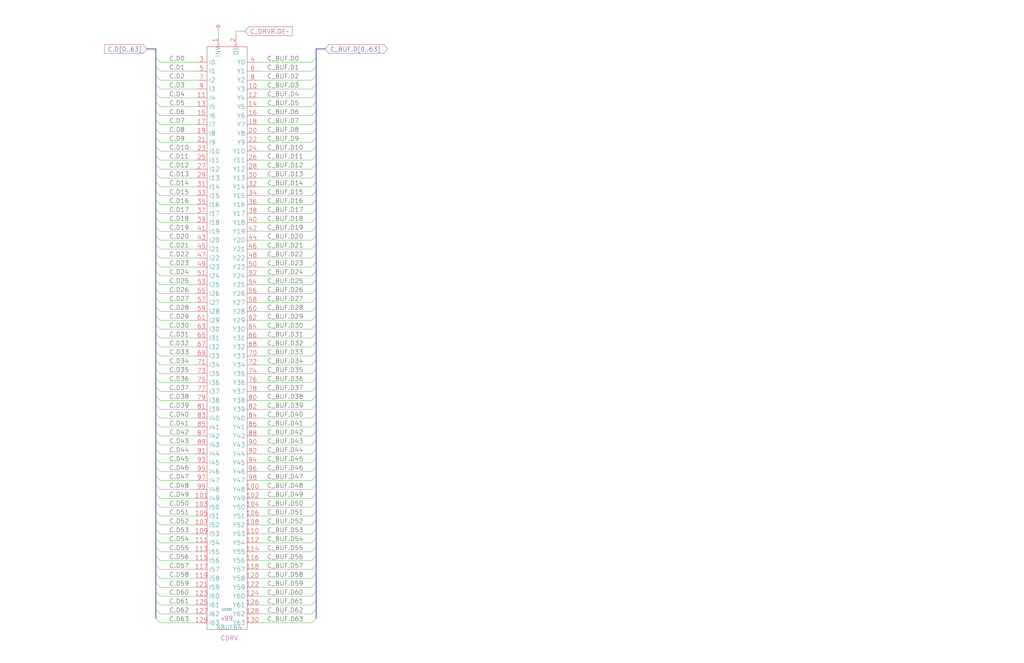
<source format=kicad_sch>
(kicad_sch (version 20220126) (generator eeschema)
  (paper "User" 584.2 378.46)
  (title_block (title "C BUS DRIVER") (date "15-MAR-90") (rev "1.0") (comment 1 "TYPE") (comment 2 "232-003062") (comment 3 "S400") (comment 4 "RELEASED"))
  (lib_symbols
    (symbol "r1000:PU" (power) (pin_numbers hide) (pin_names hide)
      (symbol "PU_0_1"
        (polyline (pts (xy 0 2.54) (xy -1.27 2.54) (xy 0 3.81) (xy 1.27 2.54) (xy 0 2.54)) (stroke (width 0.1524)))
      )
      (symbol "PU_1_1"
        (pin power_in line (at 0 0 90) (length 2.54) (name "PU") (number "1"))
      )
    )
    (symbol "r1000:XBUF64" (pin_names (offset 1.016))
      (property "Reference" "U" (at 2.54 5.08 0))
      (property "Value" "XBUF64" (at -3.81 -5.08 0))
      (property "Location" "___" (at -1.27 0 0))
      (property "Name" "______" (at 3.81 -12.7 0))
      (symbol "XBUF64_1_1"
        (rectangle (start -8.89 326.39) (end 13.97 -6.35))
        (circle (center -2.54 327.025) (radius 0.635))
        (circle (center 7.62 327.025) (radius 0.635))
        (pin input line (at -2.54 332.74 270) (length 5.08) (name "INV") (number "1"))
        (pin tri_state line (at 20.32 302.26 180) (length 6.35) (name "Y3") (number "10"))
        (pin tri_state line (at 20.32 73.66 180) (length 6.35) (name "Y48") (number "100"))
        (pin input line (at -15.24 68.58 0) (length 6.35) (name "I49") (number "101"))
        (pin tri_state line (at 20.32 68.58 180) (length 6.35) (name "Y49") (number "102"))
        (pin input line (at -15.24 63.5 0) (length 6.35) (name "I50") (number "103"))
        (pin tri_state line (at 20.32 63.5 180) (length 6.35) (name "Y50") (number "104"))
        (pin input line (at -15.24 58.42 0) (length 6.35) (name "I51") (number "105"))
        (pin tri_state line (at 20.32 58.42 180) (length 6.35) (name "Y51") (number "106"))
        (pin input line (at -15.24 53.34 0) (length 6.35) (name "I52") (number "107"))
        (pin tri_state line (at 20.32 53.34 180) (length 6.35) (name "Y52") (number "108"))
        (pin input line (at -15.24 48.26 0) (length 6.35) (name "I53") (number "109"))
        (pin input line (at -15.24 297.18 0) (length 6.35) (name "I4") (number "11"))
        (pin tri_state line (at 20.32 48.26 180) (length 6.35) (name "Y53") (number "110"))
        (pin input line (at -15.24 43.18 0) (length 6.35) (name "I54") (number "111"))
        (pin tri_state line (at 20.32 43.18 180) (length 6.35) (name "Y54") (number "112"))
        (pin input line (at -15.24 38.1 0) (length 6.35) (name "I55") (number "113"))
        (pin tri_state line (at 20.32 38.1 180) (length 6.35) (name "Y55") (number "114"))
        (pin input line (at -15.24 33.02 0) (length 6.35) (name "I56") (number "115"))
        (pin tri_state line (at 20.32 33.02 180) (length 6.35) (name "Y56") (number "116"))
        (pin input line (at -15.24 27.94 0) (length 6.35) (name "I57") (number "117"))
        (pin tri_state line (at 20.32 27.94 180) (length 6.35) (name "Y57") (number "118"))
        (pin input line (at -15.24 22.86 0) (length 6.35) (name "I58") (number "119"))
        (pin tri_state line (at 20.32 297.18 180) (length 6.35) (name "Y4") (number "12"))
        (pin tri_state line (at 20.32 22.86 180) (length 6.35) (name "Y58") (number "120"))
        (pin input line (at -15.24 17.78 0) (length 6.35) (name "I59") (number "121"))
        (pin tri_state line (at 20.32 17.78 180) (length 6.35) (name "Y59") (number "122"))
        (pin input line (at -15.24 12.7 0) (length 6.35) (name "I60") (number "123"))
        (pin tri_state line (at 20.32 12.7 180) (length 6.35) (name "Y60") (number "124"))
        (pin input line (at -15.24 7.62 0) (length 6.35) (name "I61") (number "125"))
        (pin tri_state line (at 20.32 7.62 180) (length 6.35) (name "Y61") (number "126"))
        (pin input line (at -15.24 2.54 0) (length 6.35) (name "I62") (number "127"))
        (pin tri_state line (at 20.32 2.54 180) (length 6.35) (name "Y62") (number "128"))
        (pin input line (at -15.24 -2.54 0) (length 6.35) (name "I63") (number "129"))
        (pin input line (at -15.24 292.1 0) (length 6.35) (name "I5") (number "13"))
        (pin tri_state line (at 20.32 -2.54 180) (length 6.35) (name "Y63") (number "130"))
        (pin tri_state line (at 20.32 292.1 180) (length 6.35) (name "Y5") (number "14"))
        (pin input line (at -15.24 287.02 0) (length 6.35) (name "I6") (number "15"))
        (pin tri_state line (at 20.32 287.02 180) (length 6.35) (name "Y6") (number "16"))
        (pin input line (at -15.24 281.94 0) (length 6.35) (name "I7") (number "17"))
        (pin tri_state line (at 20.32 281.94 180) (length 6.35) (name "Y7") (number "18"))
        (pin input line (at -15.24 276.86 0) (length 6.35) (name "I8") (number "19"))
        (pin input line (at 7.62 332.74 270) (length 5.08) (name "OE") (number "2"))
        (pin tri_state line (at 20.32 276.86 180) (length 6.35) (name "Y8") (number "20"))
        (pin input line (at -15.24 271.78 0) (length 6.35) (name "I9") (number "21"))
        (pin tri_state line (at 20.32 271.78 180) (length 6.35) (name "Y9") (number "22"))
        (pin input line (at -15.24 266.7 0) (length 6.35) (name "I10") (number "23"))
        (pin tri_state line (at 20.32 266.7 180) (length 6.35) (name "Y10") (number "24"))
        (pin input line (at -15.24 261.62 0) (length 6.35) (name "I11") (number "25"))
        (pin tri_state line (at 20.32 261.62 180) (length 6.35) (name "Y11") (number "26"))
        (pin input line (at -15.24 256.54 0) (length 6.35) (name "I12") (number "27"))
        (pin tri_state line (at 20.32 256.54 180) (length 6.35) (name "Y12") (number "28"))
        (pin input line (at -15.24 251.46 0) (length 6.35) (name "I13") (number "29"))
        (pin input line (at -15.24 317.5 0) (length 6.35) (name "I0") (number "3"))
        (pin tri_state line (at 20.32 251.46 180) (length 6.35) (name "Y13") (number "30"))
        (pin input line (at -15.24 246.38 0) (length 6.35) (name "I14") (number "31"))
        (pin tri_state line (at 20.32 246.38 180) (length 6.35) (name "Y14") (number "32"))
        (pin input line (at -15.24 241.3 0) (length 6.35) (name "I15") (number "33"))
        (pin tri_state line (at 20.32 241.3 180) (length 6.35) (name "Y15") (number "34"))
        (pin input line (at -15.24 236.22 0) (length 6.35) (name "I16") (number "35"))
        (pin tri_state line (at 20.32 236.22 180) (length 6.35) (name "Y16") (number "36"))
        (pin input line (at -15.24 231.14 0) (length 6.35) (name "I17") (number "37"))
        (pin tri_state line (at 20.32 231.14 180) (length 6.35) (name "Y17") (number "38"))
        (pin input line (at -15.24 226.06 0) (length 6.35) (name "I18") (number "39"))
        (pin tri_state line (at 20.32 317.5 180) (length 6.35) (name "Y0") (number "4"))
        (pin tri_state line (at 20.32 226.06 180) (length 6.35) (name "Y18") (number "40"))
        (pin input line (at -15.24 220.98 0) (length 6.35) (name "I19") (number "41"))
        (pin tri_state line (at 20.32 220.98 180) (length 6.35) (name "Y19") (number "42"))
        (pin input line (at -15.24 215.9 0) (length 6.35) (name "I20") (number "43"))
        (pin tri_state line (at 20.32 215.9 180) (length 6.35) (name "Y20") (number "44"))
        (pin input line (at -15.24 210.82 0) (length 6.35) (name "I21") (number "45"))
        (pin tri_state line (at 20.32 210.82 180) (length 6.35) (name "Y21") (number "46"))
        (pin input line (at -15.24 205.74 0) (length 6.35) (name "I22") (number "47"))
        (pin tri_state line (at 20.32 205.74 180) (length 6.35) (name "Y22") (number "48"))
        (pin input line (at -15.24 200.66 0) (length 6.35) (name "I23") (number "49"))
        (pin input line (at -15.24 312.42 0) (length 6.35) (name "I1") (number "5"))
        (pin tri_state line (at 20.32 200.66 180) (length 6.35) (name "Y23") (number "50"))
        (pin input line (at -15.24 195.58 0) (length 6.35) (name "I24") (number "51"))
        (pin tri_state line (at 20.32 195.58 180) (length 6.35) (name "Y24") (number "52"))
        (pin input line (at -15.24 190.5 0) (length 6.35) (name "I25") (number "53"))
        (pin tri_state line (at 20.32 190.5 180) (length 6.35) (name "Y25") (number "54"))
        (pin input line (at -15.24 185.42 0) (length 6.35) (name "I26") (number "55"))
        (pin tri_state line (at 20.32 185.42 180) (length 6.35) (name "Y26") (number "56"))
        (pin input line (at -15.24 180.34 0) (length 6.35) (name "I27") (number "57"))
        (pin tri_state line (at 20.32 180.34 180) (length 6.35) (name "Y27") (number "58"))
        (pin input line (at -15.24 175.26 0) (length 6.35) (name "I28") (number "59"))
        (pin tri_state line (at 20.32 312.42 180) (length 6.35) (name "Y1") (number "6"))
        (pin tri_state line (at 20.32 175.26 180) (length 6.35) (name "Y28") (number "60"))
        (pin input line (at -15.24 170.18 0) (length 6.35) (name "I29") (number "61"))
        (pin tri_state line (at 20.32 170.18 180) (length 6.35) (name "Y29") (number "62"))
        (pin input line (at -15.24 165.1 0) (length 6.35) (name "I30") (number "63"))
        (pin tri_state line (at 20.32 165.1 180) (length 6.35) (name "Y30") (number "64"))
        (pin input line (at -15.24 160.02 0) (length 6.35) (name "I31") (number "65"))
        (pin tri_state line (at 20.32 160.02 180) (length 6.35) (name "Y31") (number "66"))
        (pin input line (at -15.24 154.94 0) (length 6.35) (name "I32") (number "67"))
        (pin tri_state line (at 20.32 154.94 180) (length 6.35) (name "Y32") (number "68"))
        (pin input line (at -15.24 149.86 0) (length 6.35) (name "I33") (number "69"))
        (pin input line (at -15.24 307.34 0) (length 6.35) (name "I2") (number "7"))
        (pin tri_state line (at 20.32 149.86 180) (length 6.35) (name "Y33") (number "70"))
        (pin input line (at -15.24 144.78 0) (length 6.35) (name "I34") (number "71"))
        (pin tri_state line (at 20.32 144.78 180) (length 6.35) (name "Y34") (number "72"))
        (pin input line (at -15.24 139.7 0) (length 6.35) (name "I35") (number "73"))
        (pin tri_state line (at 20.32 139.7 180) (length 6.35) (name "Y35") (number "74"))
        (pin input line (at -15.24 134.62 0) (length 6.35) (name "I36") (number "75"))
        (pin tri_state line (at 20.32 134.62 180) (length 6.35) (name "Y36") (number "76"))
        (pin input line (at -15.24 129.54 0) (length 6.35) (name "I37") (number "77"))
        (pin tri_state line (at 20.32 129.54 180) (length 6.35) (name "Y37") (number "78"))
        (pin input line (at -15.24 124.46 0) (length 6.35) (name "I38") (number "79"))
        (pin tri_state line (at 20.32 307.34 180) (length 6.35) (name "Y2") (number "8"))
        (pin tri_state line (at 20.32 124.46 180) (length 6.35) (name "Y38") (number "80"))
        (pin input line (at -15.24 119.38 0) (length 6.35) (name "I39") (number "81"))
        (pin tri_state line (at 20.32 119.38 180) (length 6.35) (name "Y39") (number "82"))
        (pin input line (at -15.24 114.3 0) (length 6.35) (name "I40") (number "83"))
        (pin tri_state line (at 20.32 114.3 180) (length 6.35) (name "Y40") (number "84"))
        (pin input line (at -15.24 109.22 0) (length 6.35) (name "I41") (number "85"))
        (pin tri_state line (at 20.32 109.22 180) (length 6.35) (name "Y41") (number "86"))
        (pin input line (at -15.24 104.14 0) (length 6.35) (name "I42") (number "87"))
        (pin tri_state line (at 20.32 104.14 180) (length 6.35) (name "Y42") (number "88"))
        (pin input line (at -15.24 99.06 0) (length 6.35) (name "I43") (number "89"))
        (pin input line (at -15.24 302.26 0) (length 6.35) (name "I3") (number "9"))
        (pin tri_state line (at 20.32 99.06 180) (length 6.35) (name "Y43") (number "90"))
        (pin input line (at -15.24 93.98 0) (length 6.35) (name "I44") (number "91"))
        (pin tri_state line (at 20.32 93.98 180) (length 6.35) (name "Y44") (number "92"))
        (pin input line (at -15.24 88.9 0) (length 6.35) (name "I45") (number "93"))
        (pin tri_state line (at 20.32 88.9 180) (length 6.35) (name "Y45") (number "94"))
        (pin input line (at -15.24 83.82 0) (length 6.35) (name "I46") (number "95"))
        (pin tri_state line (at 20.32 83.82 180) (length 6.35) (name "Y46") (number "96"))
        (pin input line (at -15.24 78.74 0) (length 6.35) (name "I47") (number "97"))
        (pin tri_state line (at 20.32 78.74 180) (length 6.35) (name "Y47") (number "98"))
        (pin input line (at -15.24 73.66 0) (length 6.35) (name "I48") (number "99"))
      )
    )
  )
  (bus (pts (xy 180.34 104.14) (xy 180.34 109.22)))
  (bus (pts (xy 180.34 109.22) (xy 180.34 114.3)))
  (bus (pts (xy 180.34 114.3) (xy 180.34 119.38)))
  (bus (pts (xy 180.34 119.38) (xy 180.34 124.46)))
  (bus (pts (xy 180.34 124.46) (xy 180.34 129.54)))
  (bus (pts (xy 180.34 129.54) (xy 180.34 134.62)))
  (bus (pts (xy 180.34 134.62) (xy 180.34 139.7)))
  (bus (pts (xy 180.34 139.7) (xy 180.34 144.78)))
  (bus (pts (xy 180.34 144.78) (xy 180.34 149.86)))
  (bus (pts (xy 180.34 149.86) (xy 180.34 154.94)))
  (bus (pts (xy 180.34 154.94) (xy 180.34 160.02)))
  (bus (pts (xy 180.34 160.02) (xy 180.34 165.1)))
  (bus (pts (xy 180.34 165.1) (xy 180.34 170.18)))
  (bus (pts (xy 180.34 170.18) (xy 180.34 175.26)))
  (bus (pts (xy 180.34 175.26) (xy 180.34 180.34)))
  (bus (pts (xy 180.34 180.34) (xy 180.34 185.42)))
  (bus (pts (xy 180.34 185.42) (xy 180.34 190.5)))
  (bus (pts (xy 180.34 190.5) (xy 180.34 195.58)))
  (bus (pts (xy 180.34 195.58) (xy 180.34 200.66)))
  (bus (pts (xy 180.34 200.66) (xy 180.34 205.74)))
  (bus (pts (xy 180.34 205.74) (xy 180.34 210.82)))
  (bus (pts (xy 180.34 210.82) (xy 180.34 215.9)))
  (bus (pts (xy 180.34 215.9) (xy 180.34 220.98)))
  (bus (pts (xy 180.34 220.98) (xy 180.34 226.06)))
  (bus (pts (xy 180.34 226.06) (xy 180.34 231.14)))
  (bus (pts (xy 180.34 231.14) (xy 180.34 236.22)))
  (bus (pts (xy 180.34 236.22) (xy 180.34 241.3)))
  (bus (pts (xy 180.34 241.3) (xy 180.34 246.38)))
  (bus (pts (xy 180.34 246.38) (xy 180.34 251.46)))
  (bus (pts (xy 180.34 251.46) (xy 180.34 256.54)))
  (bus (pts (xy 180.34 256.54) (xy 180.34 261.62)))
  (bus (pts (xy 180.34 261.62) (xy 180.34 266.7)))
  (bus (pts (xy 180.34 266.7) (xy 180.34 271.78)))
  (bus (pts (xy 180.34 27.94) (xy 180.34 33.02)))
  (bus (pts (xy 180.34 271.78) (xy 180.34 276.86)))
  (bus (pts (xy 180.34 276.86) (xy 180.34 281.94)))
  (bus (pts (xy 180.34 281.94) (xy 180.34 287.02)))
  (bus (pts (xy 180.34 287.02) (xy 180.34 292.1)))
  (bus (pts (xy 180.34 292.1) (xy 180.34 297.18)))
  (bus (pts (xy 180.34 297.18) (xy 180.34 302.26)))
  (bus (pts (xy 180.34 302.26) (xy 180.34 307.34)))
  (bus (pts (xy 180.34 307.34) (xy 180.34 312.42)))
  (bus (pts (xy 180.34 312.42) (xy 180.34 317.5)))
  (bus (pts (xy 180.34 317.5) (xy 180.34 322.58)))
  (bus (pts (xy 180.34 322.58) (xy 180.34 327.66)))
  (bus (pts (xy 180.34 327.66) (xy 180.34 332.74)))
  (bus (pts (xy 180.34 33.02) (xy 180.34 38.1)))
  (bus (pts (xy 180.34 332.74) (xy 180.34 337.82)))
  (bus (pts (xy 180.34 337.82) (xy 180.34 342.9)))
  (bus (pts (xy 180.34 342.9) (xy 180.34 347.98)))
  (bus (pts (xy 180.34 347.98) (xy 180.34 353.06)))
  (bus (pts (xy 180.34 38.1) (xy 180.34 43.18)))
  (bus (pts (xy 180.34 43.18) (xy 180.34 48.26)))
  (bus (pts (xy 180.34 48.26) (xy 180.34 53.34)))
  (bus (pts (xy 180.34 53.34) (xy 180.34 58.42)))
  (bus (pts (xy 180.34 58.42) (xy 180.34 63.5)))
  (bus (pts (xy 180.34 63.5) (xy 180.34 68.58)))
  (bus (pts (xy 180.34 68.58) (xy 180.34 73.66)))
  (bus (pts (xy 180.34 73.66) (xy 180.34 78.74)))
  (bus (pts (xy 180.34 78.74) (xy 180.34 83.82)))
  (bus (pts (xy 180.34 83.82) (xy 180.34 88.9)))
  (bus (pts (xy 180.34 88.9) (xy 180.34 93.98)))
  (bus (pts (xy 180.34 93.98) (xy 180.34 99.06)))
  (bus (pts (xy 180.34 99.06) (xy 180.34 104.14)))
  (bus (pts (xy 185.42 27.94) (xy 180.34 27.94)))
  (bus (pts (xy 83.82 27.94) (xy 88.9 27.94)))
  (bus (pts (xy 88.9 104.14) (xy 88.9 109.22)))
  (bus (pts (xy 88.9 109.22) (xy 88.9 114.3)))
  (bus (pts (xy 88.9 114.3) (xy 88.9 119.38)))
  (bus (pts (xy 88.9 119.38) (xy 88.9 124.46)))
  (bus (pts (xy 88.9 124.46) (xy 88.9 129.54)))
  (bus (pts (xy 88.9 129.54) (xy 88.9 134.62)))
  (bus (pts (xy 88.9 134.62) (xy 88.9 139.7)))
  (bus (pts (xy 88.9 139.7) (xy 88.9 144.78)))
  (bus (pts (xy 88.9 144.78) (xy 88.9 149.86)))
  (bus (pts (xy 88.9 149.86) (xy 88.9 154.94)))
  (bus (pts (xy 88.9 154.94) (xy 88.9 160.02)))
  (bus (pts (xy 88.9 160.02) (xy 88.9 165.1)))
  (bus (pts (xy 88.9 165.1) (xy 88.9 170.18)))
  (bus (pts (xy 88.9 170.18) (xy 88.9 175.26)))
  (bus (pts (xy 88.9 175.26) (xy 88.9 180.34)))
  (bus (pts (xy 88.9 180.34) (xy 88.9 185.42)))
  (bus (pts (xy 88.9 185.42) (xy 88.9 190.5)))
  (bus (pts (xy 88.9 190.5) (xy 88.9 195.58)))
  (bus (pts (xy 88.9 195.58) (xy 88.9 200.66)))
  (bus (pts (xy 88.9 200.66) (xy 88.9 205.74)))
  (bus (pts (xy 88.9 205.74) (xy 88.9 210.82)))
  (bus (pts (xy 88.9 210.82) (xy 88.9 215.9)))
  (bus (pts (xy 88.9 215.9) (xy 88.9 220.98)))
  (bus (pts (xy 88.9 220.98) (xy 88.9 226.06)))
  (bus (pts (xy 88.9 226.06) (xy 88.9 231.14)))
  (bus (pts (xy 88.9 231.14) (xy 88.9 236.22)))
  (bus (pts (xy 88.9 236.22) (xy 88.9 241.3)))
  (bus (pts (xy 88.9 241.3) (xy 88.9 246.38)))
  (bus (pts (xy 88.9 246.38) (xy 88.9 251.46)))
  (bus (pts (xy 88.9 251.46) (xy 88.9 256.54)))
  (bus (pts (xy 88.9 256.54) (xy 88.9 261.62)))
  (bus (pts (xy 88.9 261.62) (xy 88.9 266.7)))
  (bus (pts (xy 88.9 266.7) (xy 88.9 271.78)))
  (bus (pts (xy 88.9 27.94) (xy 88.9 33.02)))
  (bus (pts (xy 88.9 271.78) (xy 88.9 276.86)))
  (bus (pts (xy 88.9 276.86) (xy 88.9 281.94)))
  (bus (pts (xy 88.9 281.94) (xy 88.9 287.02)))
  (bus (pts (xy 88.9 287.02) (xy 88.9 292.1)))
  (bus (pts (xy 88.9 292.1) (xy 88.9 297.18)))
  (bus (pts (xy 88.9 297.18) (xy 88.9 302.26)))
  (bus (pts (xy 88.9 302.26) (xy 88.9 307.34)))
  (bus (pts (xy 88.9 307.34) (xy 88.9 312.42)))
  (bus (pts (xy 88.9 312.42) (xy 88.9 317.5)))
  (bus (pts (xy 88.9 317.5) (xy 88.9 322.58)))
  (bus (pts (xy 88.9 322.58) (xy 88.9 327.66)))
  (bus (pts (xy 88.9 327.66) (xy 88.9 332.74)))
  (bus (pts (xy 88.9 33.02) (xy 88.9 38.1)))
  (bus (pts (xy 88.9 332.74) (xy 88.9 337.82)))
  (bus (pts (xy 88.9 337.82) (xy 88.9 342.9)))
  (bus (pts (xy 88.9 342.9) (xy 88.9 347.98)))
  (bus (pts (xy 88.9 347.98) (xy 88.9 353.06)))
  (bus (pts (xy 88.9 38.1) (xy 88.9 43.18)))
  (bus (pts (xy 88.9 43.18) (xy 88.9 48.26)))
  (bus (pts (xy 88.9 48.26) (xy 88.9 53.34)))
  (bus (pts (xy 88.9 53.34) (xy 88.9 58.42)))
  (bus (pts (xy 88.9 58.42) (xy 88.9 63.5)))
  (bus (pts (xy 88.9 63.5) (xy 88.9 68.58)))
  (bus (pts (xy 88.9 68.58) (xy 88.9 73.66)))
  (bus (pts (xy 88.9 73.66) (xy 88.9 78.74)))
  (bus (pts (xy 88.9 78.74) (xy 88.9 83.82)))
  (bus (pts (xy 88.9 83.82) (xy 88.9 88.9)))
  (bus (pts (xy 88.9 88.9) (xy 88.9 93.98)))
  (bus (pts (xy 88.9 93.98) (xy 88.9 99.06)))
  (bus (pts (xy 88.9 99.06) (xy 88.9 104.14)))
  (wire (pts (xy 111.76 101.6) (xy 91.44 101.6)))
  (wire (pts (xy 111.76 106.68) (xy 91.44 106.68)))
  (wire (pts (xy 111.76 111.76) (xy 91.44 111.76)))
  (wire (pts (xy 111.76 116.84) (xy 91.44 116.84)))
  (wire (pts (xy 111.76 121.92) (xy 91.44 121.92)))
  (wire (pts (xy 111.76 127) (xy 91.44 127)))
  (wire (pts (xy 111.76 132.08) (xy 91.44 132.08)))
  (wire (pts (xy 111.76 137.16) (xy 91.44 137.16)))
  (wire (pts (xy 111.76 142.24) (xy 91.44 142.24)))
  (wire (pts (xy 111.76 147.32) (xy 91.44 147.32)))
  (wire (pts (xy 111.76 152.4) (xy 91.44 152.4)))
  (wire (pts (xy 111.76 157.48) (xy 91.44 157.48)))
  (wire (pts (xy 111.76 162.56) (xy 91.44 162.56)))
  (wire (pts (xy 111.76 167.64) (xy 91.44 167.64)))
  (wire (pts (xy 111.76 172.72) (xy 91.44 172.72)))
  (wire (pts (xy 111.76 177.8) (xy 91.44 177.8)))
  (wire (pts (xy 111.76 182.88) (xy 91.44 182.88)))
  (wire (pts (xy 111.76 187.96) (xy 91.44 187.96)))
  (wire (pts (xy 111.76 193.04) (xy 91.44 193.04)))
  (wire (pts (xy 111.76 198.12) (xy 91.44 198.12)))
  (wire (pts (xy 111.76 203.2) (xy 91.44 203.2)))
  (wire (pts (xy 111.76 208.28) (xy 91.44 208.28)))
  (wire (pts (xy 111.76 213.36) (xy 91.44 213.36)))
  (wire (pts (xy 111.76 218.44) (xy 91.44 218.44)))
  (wire (pts (xy 111.76 223.52) (xy 91.44 223.52)))
  (wire (pts (xy 111.76 228.6) (xy 91.44 228.6)))
  (wire (pts (xy 111.76 233.68) (xy 91.44 233.68)))
  (wire (pts (xy 111.76 238.76) (xy 91.44 238.76)))
  (wire (pts (xy 111.76 243.84) (xy 91.44 243.84)))
  (wire (pts (xy 111.76 248.92) (xy 91.44 248.92)))
  (wire (pts (xy 111.76 254) (xy 91.44 254)))
  (wire (pts (xy 111.76 259.08) (xy 91.44 259.08)))
  (wire (pts (xy 111.76 264.16) (xy 91.44 264.16)))
  (wire (pts (xy 111.76 269.24) (xy 91.44 269.24)))
  (wire (pts (xy 111.76 274.32) (xy 91.44 274.32)))
  (wire (pts (xy 111.76 279.4) (xy 91.44 279.4)))
  (wire (pts (xy 111.76 284.48) (xy 91.44 284.48)))
  (wire (pts (xy 111.76 289.56) (xy 91.44 289.56)))
  (wire (pts (xy 111.76 294.64) (xy 91.44 294.64)))
  (wire (pts (xy 111.76 299.72) (xy 91.44 299.72)))
  (wire (pts (xy 111.76 304.8) (xy 91.44 304.8)))
  (wire (pts (xy 111.76 309.88) (xy 91.44 309.88)))
  (wire (pts (xy 111.76 314.96) (xy 91.44 314.96)))
  (wire (pts (xy 111.76 320.04) (xy 91.44 320.04)))
  (wire (pts (xy 111.76 325.12) (xy 91.44 325.12)))
  (wire (pts (xy 111.76 330.2) (xy 91.44 330.2)))
  (wire (pts (xy 111.76 335.28) (xy 91.44 335.28)))
  (wire (pts (xy 111.76 340.36) (xy 91.44 340.36)))
  (wire (pts (xy 111.76 345.44) (xy 91.44 345.44)))
  (wire (pts (xy 111.76 35.56) (xy 91.44 35.56)))
  (wire (pts (xy 111.76 350.52) (xy 91.44 350.52)))
  (wire (pts (xy 111.76 355.6) (xy 91.44 355.6)))
  (wire (pts (xy 111.76 40.64) (xy 91.44 40.64)))
  (wire (pts (xy 111.76 45.72) (xy 91.44 45.72)))
  (wire (pts (xy 111.76 50.8) (xy 91.44 50.8)))
  (wire (pts (xy 111.76 55.88) (xy 91.44 55.88)))
  (wire (pts (xy 111.76 60.96) (xy 91.44 60.96)))
  (wire (pts (xy 111.76 66.04) (xy 91.44 66.04)))
  (wire (pts (xy 111.76 71.12) (xy 91.44 71.12)))
  (wire (pts (xy 111.76 76.2) (xy 91.44 76.2)))
  (wire (pts (xy 111.76 81.28) (xy 91.44 81.28)))
  (wire (pts (xy 111.76 86.36) (xy 91.44 86.36)))
  (wire (pts (xy 111.76 91.44) (xy 91.44 91.44)))
  (wire (pts (xy 111.76 96.52) (xy 91.44 96.52)))
  (wire (pts (xy 124.46 17.78) (xy 124.46 20.32)))
  (wire (pts (xy 134.62 17.78) (xy 134.62 20.32)))
  (wire (pts (xy 139.7 17.78) (xy 134.62 17.78)))
  (wire (pts (xy 147.32 101.6) (xy 177.8 101.6)))
  (wire (pts (xy 147.32 106.68) (xy 177.8 106.68)))
  (wire (pts (xy 147.32 111.76) (xy 177.8 111.76)))
  (wire (pts (xy 147.32 116.84) (xy 177.8 116.84)))
  (wire (pts (xy 147.32 121.92) (xy 177.8 121.92)))
  (wire (pts (xy 147.32 127) (xy 177.8 127)))
  (wire (pts (xy 147.32 132.08) (xy 177.8 132.08)))
  (wire (pts (xy 147.32 137.16) (xy 177.8 137.16)))
  (wire (pts (xy 147.32 142.24) (xy 177.8 142.24)))
  (wire (pts (xy 147.32 147.32) (xy 177.8 147.32)))
  (wire (pts (xy 147.32 152.4) (xy 177.8 152.4)))
  (wire (pts (xy 147.32 157.48) (xy 177.8 157.48)))
  (wire (pts (xy 147.32 162.56) (xy 177.8 162.56)))
  (wire (pts (xy 147.32 167.64) (xy 177.8 167.64)))
  (wire (pts (xy 147.32 172.72) (xy 177.8 172.72)))
  (wire (pts (xy 147.32 177.8) (xy 177.8 177.8)))
  (wire (pts (xy 147.32 182.88) (xy 177.8 182.88)))
  (wire (pts (xy 147.32 187.96) (xy 177.8 187.96)))
  (wire (pts (xy 147.32 193.04) (xy 177.8 193.04)))
  (wire (pts (xy 147.32 198.12) (xy 177.8 198.12)))
  (wire (pts (xy 147.32 203.2) (xy 177.8 203.2)))
  (wire (pts (xy 147.32 208.28) (xy 177.8 208.28)))
  (wire (pts (xy 147.32 213.36) (xy 177.8 213.36)))
  (wire (pts (xy 147.32 218.44) (xy 177.8 218.44)))
  (wire (pts (xy 147.32 223.52) (xy 177.8 223.52)))
  (wire (pts (xy 147.32 228.6) (xy 177.8 228.6)))
  (wire (pts (xy 147.32 233.68) (xy 177.8 233.68)))
  (wire (pts (xy 147.32 238.76) (xy 177.8 238.76)))
  (wire (pts (xy 147.32 243.84) (xy 177.8 243.84)))
  (wire (pts (xy 147.32 248.92) (xy 177.8 248.92)))
  (wire (pts (xy 147.32 254) (xy 177.8 254)))
  (wire (pts (xy 147.32 259.08) (xy 177.8 259.08)))
  (wire (pts (xy 147.32 264.16) (xy 177.8 264.16)))
  (wire (pts (xy 147.32 269.24) (xy 177.8 269.24)))
  (wire (pts (xy 147.32 274.32) (xy 177.8 274.32)))
  (wire (pts (xy 147.32 279.4) (xy 177.8 279.4)))
  (wire (pts (xy 147.32 284.48) (xy 177.8 284.48)))
  (wire (pts (xy 147.32 289.56) (xy 177.8 289.56)))
  (wire (pts (xy 147.32 294.64) (xy 177.8 294.64)))
  (wire (pts (xy 147.32 299.72) (xy 177.8 299.72)))
  (wire (pts (xy 147.32 304.8) (xy 177.8 304.8)))
  (wire (pts (xy 147.32 309.88) (xy 177.8 309.88)))
  (wire (pts (xy 147.32 314.96) (xy 177.8 314.96)))
  (wire (pts (xy 147.32 320.04) (xy 177.8 320.04)))
  (wire (pts (xy 147.32 325.12) (xy 177.8 325.12)))
  (wire (pts (xy 147.32 330.2) (xy 177.8 330.2)))
  (wire (pts (xy 147.32 335.28) (xy 177.8 335.28)))
  (wire (pts (xy 147.32 340.36) (xy 177.8 340.36)))
  (wire (pts (xy 147.32 345.44) (xy 177.8 345.44)))
  (wire (pts (xy 147.32 35.56) (xy 177.8 35.56)))
  (wire (pts (xy 147.32 350.52) (xy 177.8 350.52)))
  (wire (pts (xy 147.32 355.6) (xy 177.8 355.6)))
  (wire (pts (xy 147.32 40.64) (xy 177.8 40.64)))
  (wire (pts (xy 147.32 45.72) (xy 177.8 45.72)))
  (wire (pts (xy 147.32 50.8) (xy 177.8 50.8)))
  (wire (pts (xy 147.32 55.88) (xy 177.8 55.88)))
  (wire (pts (xy 147.32 60.96) (xy 177.8 60.96)))
  (wire (pts (xy 147.32 66.04) (xy 177.8 66.04)))
  (wire (pts (xy 147.32 71.12) (xy 177.8 71.12)))
  (wire (pts (xy 147.32 76.2) (xy 177.8 76.2)))
  (wire (pts (xy 147.32 81.28) (xy 177.8 81.28)))
  (wire (pts (xy 147.32 86.36) (xy 177.8 86.36)))
  (wire (pts (xy 147.32 91.44) (xy 177.8 91.44)))
  (wire (pts (xy 147.32 96.52) (xy 177.8 96.52)))
  (global_label "C.D[0..63]" (shape input) (at 83.82 27.94 180) (effects (font (size 2.54 2.54))) (property "Intersheet References" "${INTERSHEET_REFS}" (at 59.6416 27.7813 0) (effects (font (size 1.905 1.905)) (justify right))))
  (bus_entry (at 88.9 33.02) (size 2.54 2.54))
  (bus_entry (at 88.9 38.1) (size 2.54 2.54))
  (bus_entry (at 88.9 43.18) (size 2.54 2.54))
  (bus_entry (at 88.9 48.26) (size 2.54 2.54))
  (bus_entry (at 88.9 53.34) (size 2.54 2.54))
  (bus_entry (at 88.9 58.42) (size 2.54 2.54))
  (bus_entry (at 88.9 63.5) (size 2.54 2.54))
  (bus_entry (at 88.9 68.58) (size 2.54 2.54))
  (bus_entry (at 88.9 73.66) (size 2.54 2.54))
  (bus_entry (at 88.9 78.74) (size 2.54 2.54))
  (bus_entry (at 88.9 83.82) (size 2.54 2.54))
  (bus_entry (at 88.9 88.9) (size 2.54 2.54))
  (bus_entry (at 88.9 93.98) (size 2.54 2.54))
  (bus_entry (at 88.9 99.06) (size 2.54 2.54))
  (bus_entry (at 88.9 104.14) (size 2.54 2.54))
  (bus_entry (at 88.9 109.22) (size 2.54 2.54))
  (bus_entry (at 88.9 114.3) (size 2.54 2.54))
  (bus_entry (at 88.9 119.38) (size 2.54 2.54))
  (bus_entry (at 88.9 124.46) (size 2.54 2.54))
  (bus_entry (at 88.9 129.54) (size 2.54 2.54))
  (bus_entry (at 88.9 134.62) (size 2.54 2.54))
  (bus_entry (at 88.9 139.7) (size 2.54 2.54))
  (bus_entry (at 88.9 144.78) (size 2.54 2.54))
  (bus_entry (at 88.9 149.86) (size 2.54 2.54))
  (bus_entry (at 88.9 154.94) (size 2.54 2.54))
  (bus_entry (at 88.9 160.02) (size 2.54 2.54))
  (bus_entry (at 88.9 165.1) (size 2.54 2.54))
  (bus_entry (at 88.9 170.18) (size 2.54 2.54))
  (bus_entry (at 88.9 175.26) (size 2.54 2.54))
  (bus_entry (at 88.9 180.34) (size 2.54 2.54))
  (bus_entry (at 88.9 185.42) (size 2.54 2.54))
  (bus_entry (at 88.9 190.5) (size 2.54 2.54))
  (bus_entry (at 88.9 195.58) (size 2.54 2.54))
  (bus_entry (at 88.9 200.66) (size 2.54 2.54))
  (bus_entry (at 88.9 205.74) (size 2.54 2.54))
  (bus_entry (at 88.9 210.82) (size 2.54 2.54))
  (bus_entry (at 88.9 215.9) (size 2.54 2.54))
  (bus_entry (at 88.9 220.98) (size 2.54 2.54))
  (bus_entry (at 88.9 226.06) (size 2.54 2.54))
  (bus_entry (at 88.9 231.14) (size 2.54 2.54))
  (bus_entry (at 88.9 236.22) (size 2.54 2.54))
  (bus_entry (at 88.9 241.3) (size 2.54 2.54))
  (bus_entry (at 88.9 246.38) (size 2.54 2.54))
  (bus_entry (at 88.9 251.46) (size 2.54 2.54))
  (bus_entry (at 88.9 256.54) (size 2.54 2.54))
  (bus_entry (at 88.9 261.62) (size 2.54 2.54))
  (bus_entry (at 88.9 266.7) (size 2.54 2.54))
  (bus_entry (at 88.9 271.78) (size 2.54 2.54))
  (bus_entry (at 88.9 276.86) (size 2.54 2.54))
  (bus_entry (at 88.9 281.94) (size 2.54 2.54))
  (bus_entry (at 88.9 287.02) (size 2.54 2.54))
  (bus_entry (at 88.9 292.1) (size 2.54 2.54))
  (bus_entry (at 88.9 297.18) (size 2.54 2.54))
  (bus_entry (at 88.9 302.26) (size 2.54 2.54))
  (bus_entry (at 88.9 307.34) (size 2.54 2.54))
  (bus_entry (at 88.9 312.42) (size 2.54 2.54))
  (bus_entry (at 88.9 317.5) (size 2.54 2.54))
  (bus_entry (at 88.9 322.58) (size 2.54 2.54))
  (bus_entry (at 88.9 327.66) (size 2.54 2.54))
  (bus_entry (at 88.9 332.74) (size 2.54 2.54))
  (bus_entry (at 88.9 337.82) (size 2.54 2.54))
  (bus_entry (at 88.9 342.9) (size 2.54 2.54))
  (bus_entry (at 88.9 347.98) (size 2.54 2.54))
  (bus_entry (at 88.9 353.06) (size 2.54 2.54))
  (label "C.D0" (at 96.52 35.56 0) (effects (font (size 2.54 2.54))))
  (label "C.D1" (at 96.52 40.64 0) (effects (font (size 2.54 2.54))))
  (label "C.D2" (at 96.52 45.72 0) (effects (font (size 2.54 2.54))))
  (label "C.D3" (at 96.52 50.8 0) (effects (font (size 2.54 2.54))))
  (label "C.D4" (at 96.52 55.88 0) (effects (font (size 2.54 2.54))))
  (label "C.D5" (at 96.52 60.96 0) (effects (font (size 2.54 2.54))))
  (label "C.D6" (at 96.52 66.04 0) (effects (font (size 2.54 2.54))))
  (label "C.D7" (at 96.52 71.12 0) (effects (font (size 2.54 2.54))))
  (label "C.D8" (at 96.52 76.2 0) (effects (font (size 2.54 2.54))))
  (label "C.D9" (at 96.52 81.28 0) (effects (font (size 2.54 2.54))))
  (label "C.D10" (at 96.52 86.36 0) (effects (font (size 2.54 2.54))))
  (label "C.D11" (at 96.52 91.44 0) (effects (font (size 2.54 2.54))))
  (label "C.D12" (at 96.52 96.52 0) (effects (font (size 2.54 2.54))))
  (label "C.D13" (at 96.52 101.6 0) (effects (font (size 2.54 2.54))))
  (label "C.D14" (at 96.52 106.68 0) (effects (font (size 2.54 2.54))))
  (label "C.D15" (at 96.52 111.76 0) (effects (font (size 2.54 2.54))))
  (label "C.D16" (at 96.52 116.84 0) (effects (font (size 2.54 2.54))))
  (label "C.D17" (at 96.52 121.92 0) (effects (font (size 2.54 2.54))))
  (label "C.D18" (at 96.52 127 0) (effects (font (size 2.54 2.54))))
  (label "C.D19" (at 96.52 132.08 0) (effects (font (size 2.54 2.54))))
  (label "C.D20" (at 96.52 137.16 0) (effects (font (size 2.54 2.54))))
  (label "C.D21" (at 96.52 142.24 0) (effects (font (size 2.54 2.54))))
  (label "C.D22" (at 96.52 147.32 0) (effects (font (size 2.54 2.54))))
  (label "C.D23" (at 96.52 152.4 0) (effects (font (size 2.54 2.54))))
  (label "C.D24" (at 96.52 157.48 0) (effects (font (size 2.54 2.54))))
  (label "C.D25" (at 96.52 162.56 0) (effects (font (size 2.54 2.54))))
  (label "C.D26" (at 96.52 167.64 0) (effects (font (size 2.54 2.54))))
  (label "C.D27" (at 96.52 172.72 0) (effects (font (size 2.54 2.54))))
  (label "C.D28" (at 96.52 177.8 0) (effects (font (size 2.54 2.54))))
  (label "C.D29" (at 96.52 182.88 0) (effects (font (size 2.54 2.54))))
  (label "C.D30" (at 96.52 187.96 0) (effects (font (size 2.54 2.54))))
  (label "C.D31" (at 96.52 193.04 0) (effects (font (size 2.54 2.54))))
  (label "C.D32" (at 96.52 198.12 0) (effects (font (size 2.54 2.54))))
  (label "C.D33" (at 96.52 203.2 0) (effects (font (size 2.54 2.54))))
  (label "C.D34" (at 96.52 208.28 0) (effects (font (size 2.54 2.54))))
  (label "C.D35" (at 96.52 213.36 0) (effects (font (size 2.54 2.54))))
  (label "C.D36" (at 96.52 218.44 0) (effects (font (size 2.54 2.54))))
  (label "C.D37" (at 96.52 223.52 0) (effects (font (size 2.54 2.54))))
  (label "C.D38" (at 96.52 228.6 0) (effects (font (size 2.54 2.54))))
  (label "C.D39" (at 96.52 233.68 0) (effects (font (size 2.54 2.54))))
  (label "C.D40" (at 96.52 238.76 0) (effects (font (size 2.54 2.54))))
  (label "C.D41" (at 96.52 243.84 0) (effects (font (size 2.54 2.54))))
  (label "C.D42" (at 96.52 248.92 0) (effects (font (size 2.54 2.54))))
  (label "C.D43" (at 96.52 254 0) (effects (font (size 2.54 2.54))))
  (label "C.D44" (at 96.52 259.08 0) (effects (font (size 2.54 2.54))))
  (label "C.D45" (at 96.52 264.16 0) (effects (font (size 2.54 2.54))))
  (label "C.D46" (at 96.52 269.24 0) (effects (font (size 2.54 2.54))))
  (label "C.D47" (at 96.52 274.32 0) (effects (font (size 2.54 2.54))))
  (label "C.D48" (at 96.52 279.4 0) (effects (font (size 2.54 2.54))))
  (label "C.D49" (at 96.52 284.48 0) (effects (font (size 2.54 2.54))))
  (label "C.D50" (at 96.52 289.56 0) (effects (font (size 2.54 2.54))))
  (label "C.D51" (at 96.52 294.64 0) (effects (font (size 2.54 2.54))))
  (label "C.D52" (at 96.52 299.72 0) (effects (font (size 2.54 2.54))))
  (label "C.D53" (at 96.52 304.8 0) (effects (font (size 2.54 2.54))))
  (label "C.D54" (at 96.52 309.88 0) (effects (font (size 2.54 2.54))))
  (label "C.D55" (at 96.52 314.96 0) (effects (font (size 2.54 2.54))))
  (label "C.D56" (at 96.52 320.04 0) (effects (font (size 2.54 2.54))))
  (label "C.D57" (at 96.52 325.12 0) (effects (font (size 2.54 2.54))))
  (label "C.D58" (at 96.52 330.2 0) (effects (font (size 2.54 2.54))))
  (label "C.D59" (at 96.52 335.28 0) (effects (font (size 2.54 2.54))))
  (label "C.D60" (at 96.52 340.36 0) (effects (font (size 2.54 2.54))))
  (label "C.D61" (at 96.52 345.44 0) (effects (font (size 2.54 2.54))))
  (label "C.D62" (at 96.52 350.52 0) (effects (font (size 2.54 2.54))))
  (label "C.D63" (at 96.52 355.6 0) (effects (font (size 2.54 2.54))))
  (symbol (lib_id "r1000:PU") (at 124.46 17.78 0) (unit 1)
    (property "Reference" "#PWR0124" (effects hide))
    (property "Value" "PU" (effects hide))
  )
  (symbol (lib_id "r1000:XBUF64") (at 127 353.06 0) (unit 1)
    (property "Reference" "U2201" (at 129.54 347.98 0))
    (property "Value" "XBUF64" (at 123.19 358.14 0) (effects (font (size 2.54 2.54)) (justify left)))
    (property "Location" "x99" (at 125.73 353.06 0) (effects (font (size 2.54 2.54)) (justify left)))
    (property "Name" "CDRV" (at 130.81 365.76 0) (effects (font (size 2.54 2.54)) (justify bottom)))
  )
  (global_label "C_DRVR.OE~" (shape input) (at 139.7 17.78 0) (effects (font (size 2.54 2.54))) (property "Intersheet References" "${INTERSHEET_REFS}" (at 166.7812 17.6213 0) (effects (font (size 1.905 1.905)) (justify left))))
  (label "C_BUF.D0" (at 152.4 35.56 0) (effects (font (size 2.54 2.54))))
  (label "C_BUF.D1" (at 152.4 40.64 0) (effects (font (size 2.54 2.54))))
  (label "C_BUF.D2" (at 152.4 45.72 0) (effects (font (size 2.54 2.54))))
  (label "C_BUF.D3" (at 152.4 50.8 0) (effects (font (size 2.54 2.54))))
  (label "C_BUF.D4" (at 152.4 55.88 0) (effects (font (size 2.54 2.54))))
  (label "C_BUF.D5" (at 152.4 60.96 0) (effects (font (size 2.54 2.54))))
  (label "C_BUF.D6" (at 152.4 66.04 0) (effects (font (size 2.54 2.54))))
  (label "C_BUF.D7" (at 152.4 71.12 0) (effects (font (size 2.54 2.54))))
  (label "C_BUF.D8" (at 152.4 76.2 0) (effects (font (size 2.54 2.54))))
  (label "C_BUF.D9" (at 152.4 81.28 0) (effects (font (size 2.54 2.54))))
  (label "C_BUF.D10" (at 152.4 86.36 0) (effects (font (size 2.54 2.54))))
  (label "C_BUF.D11" (at 152.4 91.44 0) (effects (font (size 2.54 2.54))))
  (label "C_BUF.D12" (at 152.4 96.52 0) (effects (font (size 2.54 2.54))))
  (label "C_BUF.D13" (at 152.4 101.6 0) (effects (font (size 2.54 2.54))))
  (label "C_BUF.D14" (at 152.4 106.68 0) (effects (font (size 2.54 2.54))))
  (label "C_BUF.D15" (at 152.4 111.76 0) (effects (font (size 2.54 2.54))))
  (label "C_BUF.D16" (at 152.4 116.84 0) (effects (font (size 2.54 2.54))))
  (label "C_BUF.D17" (at 152.4 121.92 0) (effects (font (size 2.54 2.54))))
  (label "C_BUF.D18" (at 152.4 127 0) (effects (font (size 2.54 2.54))))
  (label "C_BUF.D19" (at 152.4 132.08 0) (effects (font (size 2.54 2.54))))
  (label "C_BUF.D20" (at 152.4 137.16 0) (effects (font (size 2.54 2.54))))
  (label "C_BUF.D21" (at 152.4 142.24 0) (effects (font (size 2.54 2.54))))
  (label "C_BUF.D22" (at 152.4 147.32 0) (effects (font (size 2.54 2.54))))
  (label "C_BUF.D23" (at 152.4 152.4 0) (effects (font (size 2.54 2.54))))
  (label "C_BUF.D24" (at 152.4 157.48 0) (effects (font (size 2.54 2.54))))
  (label "C_BUF.D25" (at 152.4 162.56 0) (effects (font (size 2.54 2.54))))
  (label "C_BUF.D26" (at 152.4 167.64 0) (effects (font (size 2.54 2.54))))
  (label "C_BUF.D27" (at 152.4 172.72 0) (effects (font (size 2.54 2.54))))
  (label "C_BUF.D28" (at 152.4 177.8 0) (effects (font (size 2.54 2.54))))
  (label "C_BUF.D29" (at 152.4 182.88 0) (effects (font (size 2.54 2.54))))
  (label "C_BUF.D30" (at 152.4 187.96 0) (effects (font (size 2.54 2.54))))
  (label "C_BUF.D31" (at 152.4 193.04 0) (effects (font (size 2.54 2.54))))
  (label "C_BUF.D32" (at 152.4 198.12 0) (effects (font (size 2.54 2.54))))
  (label "C_BUF.D33" (at 152.4 203.2 0) (effects (font (size 2.54 2.54))))
  (label "C_BUF.D34" (at 152.4 208.28 0) (effects (font (size 2.54 2.54))))
  (label "C_BUF.D35" (at 152.4 213.36 0) (effects (font (size 2.54 2.54))))
  (label "C_BUF.D36" (at 152.4 218.44 0) (effects (font (size 2.54 2.54))))
  (label "C_BUF.D37" (at 152.4 223.52 0) (effects (font (size 2.54 2.54))))
  (label "C_BUF.D38" (at 152.4 228.6 0) (effects (font (size 2.54 2.54))))
  (label "C_BUF.D39" (at 152.4 233.68 0) (effects (font (size 2.54 2.54))))
  (label "C_BUF.D40" (at 152.4 238.76 0) (effects (font (size 2.54 2.54))))
  (label "C_BUF.D41" (at 152.4 243.84 0) (effects (font (size 2.54 2.54))))
  (label "C_BUF.D42" (at 152.4 248.92 0) (effects (font (size 2.54 2.54))))
  (label "C_BUF.D43" (at 152.4 254 0) (effects (font (size 2.54 2.54))))
  (label "C_BUF.D44" (at 152.4 259.08 0) (effects (font (size 2.54 2.54))))
  (label "C_BUF.D45" (at 152.4 264.16 0) (effects (font (size 2.54 2.54))))
  (label "C_BUF.D46" (at 152.4 269.24 0) (effects (font (size 2.54 2.54))))
  (label "C_BUF.D47" (at 152.4 274.32 0) (effects (font (size 2.54 2.54))))
  (label "C_BUF.D48" (at 152.4 279.4 0) (effects (font (size 2.54 2.54))))
  (label "C_BUF.D49" (at 152.4 284.48 0) (effects (font (size 2.54 2.54))))
  (label "C_BUF.D50" (at 152.4 289.56 0) (effects (font (size 2.54 2.54))))
  (label "C_BUF.D51" (at 152.4 294.64 0) (effects (font (size 2.54 2.54))))
  (label "C_BUF.D52" (at 152.4 299.72 0) (effects (font (size 2.54 2.54))))
  (label "C_BUF.D53" (at 152.4 304.8 0) (effects (font (size 2.54 2.54))))
  (label "C_BUF.D54" (at 152.4 309.88 0) (effects (font (size 2.54 2.54))))
  (label "C_BUF.D55" (at 152.4 314.96 0) (effects (font (size 2.54 2.54))))
  (label "C_BUF.D56" (at 152.4 320.04 0) (effects (font (size 2.54 2.54))))
  (label "C_BUF.D57" (at 152.4 325.12 0) (effects (font (size 2.54 2.54))))
  (label "C_BUF.D58" (at 152.4 330.2 0) (effects (font (size 2.54 2.54))))
  (label "C_BUF.D59" (at 152.4 335.28 0) (effects (font (size 2.54 2.54))))
  (label "C_BUF.D60" (at 152.4 340.36 0) (effects (font (size 2.54 2.54))))
  (label "C_BUF.D61" (at 152.4 345.44 0) (effects (font (size 2.54 2.54))))
  (label "C_BUF.D62" (at 152.4 350.52 0) (effects (font (size 2.54 2.54))))
  (label "C_BUF.D63" (at 152.4 355.6 0) (effects (font (size 2.54 2.54))))
  (bus_entry (at 180.34 33.02) (size -2.54 2.54))
  (bus_entry (at 180.34 38.1) (size -2.54 2.54))
  (bus_entry (at 180.34 43.18) (size -2.54 2.54))
  (bus_entry (at 180.34 48.26) (size -2.54 2.54))
  (bus_entry (at 180.34 53.34) (size -2.54 2.54))
  (bus_entry (at 180.34 58.42) (size -2.54 2.54))
  (bus_entry (at 180.34 63.5) (size -2.54 2.54))
  (bus_entry (at 180.34 68.58) (size -2.54 2.54))
  (bus_entry (at 180.34 73.66) (size -2.54 2.54))
  (bus_entry (at 180.34 78.74) (size -2.54 2.54))
  (bus_entry (at 180.34 83.82) (size -2.54 2.54))
  (bus_entry (at 180.34 88.9) (size -2.54 2.54))
  (bus_entry (at 180.34 93.98) (size -2.54 2.54))
  (bus_entry (at 180.34 99.06) (size -2.54 2.54))
  (bus_entry (at 180.34 104.14) (size -2.54 2.54))
  (bus_entry (at 180.34 109.22) (size -2.54 2.54))
  (bus_entry (at 180.34 114.3) (size -2.54 2.54))
  (bus_entry (at 180.34 119.38) (size -2.54 2.54))
  (bus_entry (at 180.34 124.46) (size -2.54 2.54))
  (bus_entry (at 180.34 129.54) (size -2.54 2.54))
  (bus_entry (at 180.34 134.62) (size -2.54 2.54))
  (bus_entry (at 180.34 139.7) (size -2.54 2.54))
  (bus_entry (at 180.34 144.78) (size -2.54 2.54))
  (bus_entry (at 180.34 149.86) (size -2.54 2.54))
  (bus_entry (at 180.34 154.94) (size -2.54 2.54))
  (bus_entry (at 180.34 160.02) (size -2.54 2.54))
  (bus_entry (at 180.34 165.1) (size -2.54 2.54))
  (bus_entry (at 180.34 170.18) (size -2.54 2.54))
  (bus_entry (at 180.34 175.26) (size -2.54 2.54))
  (bus_entry (at 180.34 180.34) (size -2.54 2.54))
  (bus_entry (at 180.34 185.42) (size -2.54 2.54))
  (bus_entry (at 180.34 190.5) (size -2.54 2.54))
  (bus_entry (at 180.34 195.58) (size -2.54 2.54))
  (bus_entry (at 180.34 200.66) (size -2.54 2.54))
  (bus_entry (at 180.34 205.74) (size -2.54 2.54))
  (bus_entry (at 180.34 210.82) (size -2.54 2.54))
  (bus_entry (at 180.34 215.9) (size -2.54 2.54))
  (bus_entry (at 180.34 220.98) (size -2.54 2.54))
  (bus_entry (at 180.34 226.06) (size -2.54 2.54))
  (bus_entry (at 180.34 231.14) (size -2.54 2.54))
  (bus_entry (at 180.34 236.22) (size -2.54 2.54))
  (bus_entry (at 180.34 241.3) (size -2.54 2.54))
  (bus_entry (at 180.34 246.38) (size -2.54 2.54))
  (bus_entry (at 180.34 251.46) (size -2.54 2.54))
  (bus_entry (at 180.34 256.54) (size -2.54 2.54))
  (bus_entry (at 180.34 261.62) (size -2.54 2.54))
  (bus_entry (at 180.34 266.7) (size -2.54 2.54))
  (bus_entry (at 180.34 271.78) (size -2.54 2.54))
  (bus_entry (at 180.34 276.86) (size -2.54 2.54))
  (bus_entry (at 180.34 281.94) (size -2.54 2.54))
  (bus_entry (at 180.34 287.02) (size -2.54 2.54))
  (bus_entry (at 180.34 292.1) (size -2.54 2.54))
  (bus_entry (at 180.34 297.18) (size -2.54 2.54))
  (bus_entry (at 180.34 302.26) (size -2.54 2.54))
  (bus_entry (at 180.34 307.34) (size -2.54 2.54))
  (bus_entry (at 180.34 312.42) (size -2.54 2.54))
  (bus_entry (at 180.34 317.5) (size -2.54 2.54))
  (bus_entry (at 180.34 322.58) (size -2.54 2.54))
  (bus_entry (at 180.34 327.66) (size -2.54 2.54))
  (bus_entry (at 180.34 332.74) (size -2.54 2.54))
  (bus_entry (at 180.34 337.82) (size -2.54 2.54))
  (bus_entry (at 180.34 342.9) (size -2.54 2.54))
  (bus_entry (at 180.34 347.98) (size -2.54 2.54))
  (bus_entry (at 180.34 353.06) (size -2.54 2.54))
  (global_label "C_BUF.D[0..63]" (shape bidirectional) (at 185.42 27.94 0) (effects (font (size 2.54 2.54))) (property "Intersheet References" "${INTERSHEET_REFS}" (at 218.9117 27.7813 0) (effects (font (size 1.905 1.905)) (justify left))))
)
</source>
